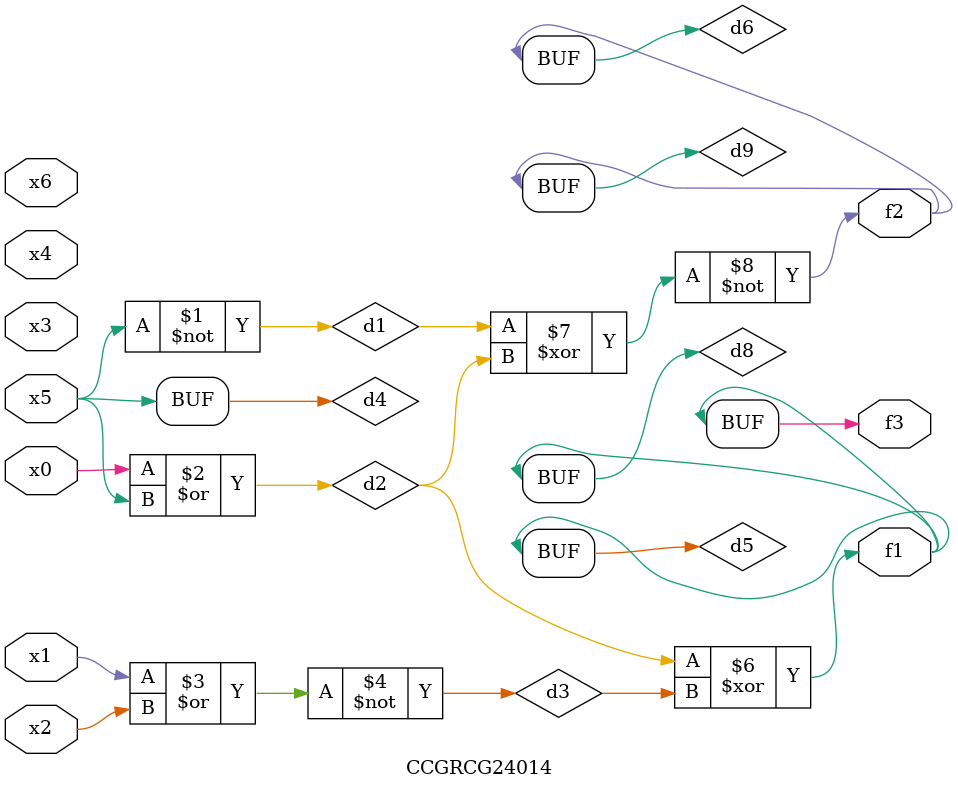
<source format=v>
module CCGRCG24014(
	input x0, x1, x2, x3, x4, x5, x6,
	output f1, f2, f3
);

	wire d1, d2, d3, d4, d5, d6, d7, d8, d9;

	nand (d1, x5);
	or (d2, x0, x5);
	nor (d3, x1, x2);
	xnor (d4, d1);
	xor (d5, d2, d3);
	xnor (d6, d1, d2);
	not (d7, x4);
	buf (d8, d5);
	xor (d9, d6);
	assign f1 = d8;
	assign f2 = d9;
	assign f3 = d8;
endmodule

</source>
